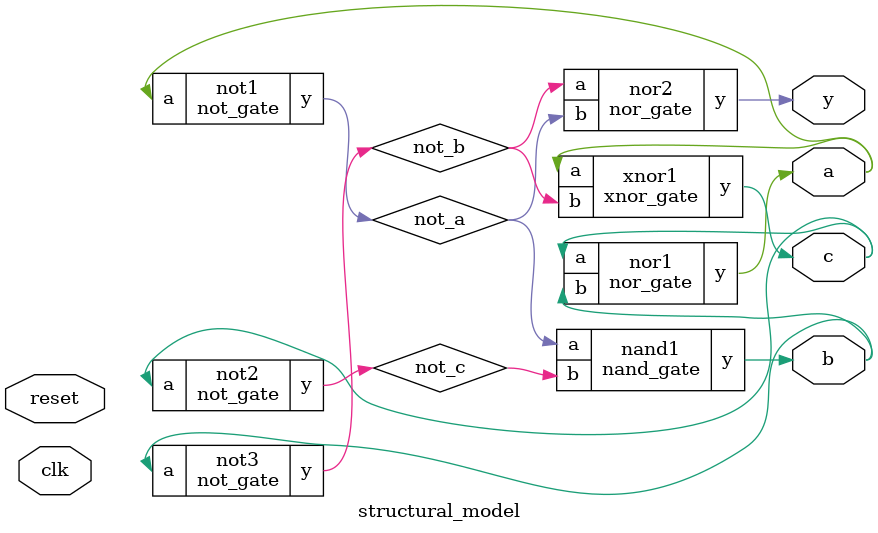
<source format=sv>
module not_gate(
    input logic a,
    output logic y
);
    assign y = ~a;
endmodule

// NAND Gate
module nand_gate(
    input logic a,
    input logic b,
    output logic y
);
    assign y = ~(a & b);
endmodule

// NOR Gate
module nor_gate(
    input logic a,
    input logic b,
    output logic y
);
    assign y = ~(a | b);
endmodule

// XNOR Gate
module xnor_gate(
    input logic a,
    input logic b,
    output logic y
);
    assign y = ~(a ^ b);
endmodule

module structural_model(
    input logic clk,
    input logic reset,
    output logic a, b, c, y
);

    // Internal connections
    logic not_a, not_b, not_c;

    // Instantiate gates
    nor_gate nor1(.a(c), .b(b), .y(a));
    not_gate not1(.a(a), .y(not_a));
    not_gate not2(.a(c), .y(not_c));
    nand_gate nand1(.a(not_a), .b(not_c), .y(b));
    not_gate not3(.a(b), .y(not_b));
    xnor_gate xnor1(.a(a), .b(not_b), .y(c));
    nor_gate nor2(.a(not_b), .b(not_a), .y(y));

endmodule

</source>
